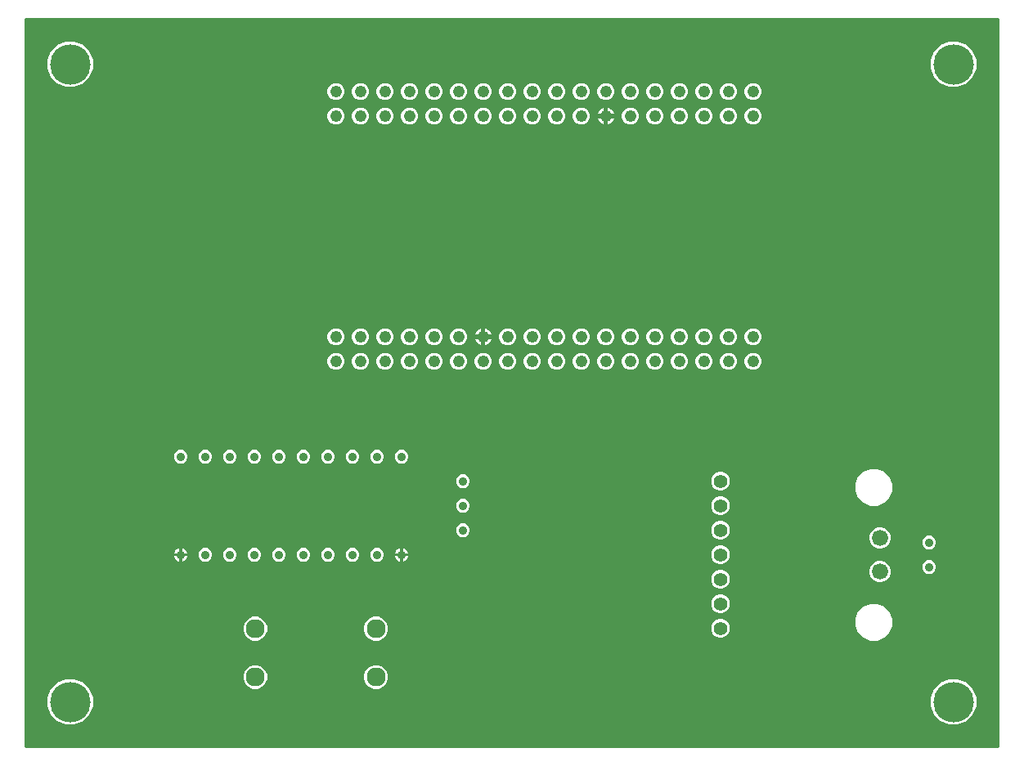
<source format=gbr>
G04 EAGLE Gerber RS-274X export*
G75*
%MOMM*%
%FSLAX34Y34*%
%LPD*%
%INCopper Layer 15*%
%IPPOS*%
%AMOC8*
5,1,8,0,0,1.08239X$1,22.5*%
G01*
%ADD10C,0.904800*%
%ADD11C,1.422400*%
%ADD12C,1.680000*%
%ADD13C,1.244600*%
%ADD14C,1.960000*%
%ADD15C,4.191000*%
%ADD16C,0.654800*%

G36*
X1011546Y3318D02*
X1011546Y3318D01*
X1011665Y3325D01*
X1011703Y3338D01*
X1011744Y3343D01*
X1011854Y3386D01*
X1011967Y3423D01*
X1012002Y3445D01*
X1012039Y3460D01*
X1012135Y3529D01*
X1012236Y3593D01*
X1012264Y3623D01*
X1012297Y3646D01*
X1012373Y3738D01*
X1012454Y3825D01*
X1012474Y3860D01*
X1012499Y3891D01*
X1012550Y3999D01*
X1012608Y4103D01*
X1012618Y4143D01*
X1012635Y4179D01*
X1012657Y4296D01*
X1012687Y4411D01*
X1012691Y4471D01*
X1012695Y4491D01*
X1012693Y4512D01*
X1012697Y4572D01*
X1012697Y757428D01*
X1012682Y757546D01*
X1012675Y757665D01*
X1012662Y757703D01*
X1012657Y757744D01*
X1012614Y757854D01*
X1012577Y757967D01*
X1012555Y758002D01*
X1012540Y758039D01*
X1012471Y758135D01*
X1012407Y758236D01*
X1012377Y758264D01*
X1012354Y758297D01*
X1012262Y758373D01*
X1012175Y758454D01*
X1012140Y758474D01*
X1012109Y758499D01*
X1012001Y758550D01*
X1011897Y758608D01*
X1011857Y758618D01*
X1011821Y758635D01*
X1011704Y758657D01*
X1011589Y758687D01*
X1011529Y758691D01*
X1011509Y758695D01*
X1011488Y758693D01*
X1011428Y758697D01*
X4572Y758697D01*
X4454Y758682D01*
X4335Y758675D01*
X4297Y758662D01*
X4256Y758657D01*
X4146Y758614D01*
X4033Y758577D01*
X3998Y758555D01*
X3961Y758540D01*
X3865Y758471D01*
X3764Y758407D01*
X3736Y758377D01*
X3703Y758354D01*
X3627Y758262D01*
X3546Y758175D01*
X3526Y758140D01*
X3501Y758109D01*
X3450Y758001D01*
X3392Y757897D01*
X3382Y757857D01*
X3365Y757821D01*
X3343Y757704D01*
X3313Y757589D01*
X3309Y757529D01*
X3305Y757509D01*
X3307Y757488D01*
X3303Y757428D01*
X3303Y4572D01*
X3318Y4454D01*
X3325Y4335D01*
X3338Y4297D01*
X3343Y4256D01*
X3386Y4146D01*
X3423Y4033D01*
X3445Y3998D01*
X3460Y3961D01*
X3529Y3865D01*
X3593Y3764D01*
X3623Y3736D01*
X3646Y3703D01*
X3738Y3627D01*
X3825Y3546D01*
X3860Y3526D01*
X3891Y3501D01*
X3999Y3450D01*
X4103Y3392D01*
X4143Y3382D01*
X4179Y3365D01*
X4296Y3343D01*
X4411Y3313D01*
X4471Y3309D01*
X4491Y3305D01*
X4512Y3307D01*
X4572Y3303D01*
X1011428Y3303D01*
X1011546Y3318D01*
G37*
%LPC*%
G36*
X960526Y687704D02*
X960526Y687704D01*
X951891Y691281D01*
X945281Y697891D01*
X941704Y706526D01*
X941704Y715874D01*
X945281Y724509D01*
X951891Y731119D01*
X960526Y734696D01*
X969874Y734696D01*
X978509Y731119D01*
X985119Y724509D01*
X988696Y715874D01*
X988696Y706526D01*
X985119Y697891D01*
X978509Y691281D01*
X969874Y687704D01*
X960526Y687704D01*
G37*
%LPD*%
%LPC*%
G36*
X46126Y687704D02*
X46126Y687704D01*
X37491Y691281D01*
X30881Y697891D01*
X27304Y706526D01*
X27304Y715874D01*
X30881Y724509D01*
X37491Y731119D01*
X46126Y734696D01*
X55474Y734696D01*
X64109Y731119D01*
X70719Y724509D01*
X74296Y715874D01*
X74296Y706526D01*
X70719Y697891D01*
X64109Y691281D01*
X55474Y687704D01*
X46126Y687704D01*
G37*
%LPD*%
%LPC*%
G36*
X46126Y27304D02*
X46126Y27304D01*
X37491Y30881D01*
X30881Y37491D01*
X27304Y46126D01*
X27304Y55474D01*
X30881Y64109D01*
X37491Y70719D01*
X46126Y74296D01*
X55474Y74296D01*
X64109Y70719D01*
X70719Y64109D01*
X74296Y55474D01*
X74296Y46126D01*
X70719Y37491D01*
X64109Y30881D01*
X55474Y27304D01*
X46126Y27304D01*
G37*
%LPD*%
%LPC*%
G36*
X960526Y27304D02*
X960526Y27304D01*
X951891Y30881D01*
X945281Y37491D01*
X941704Y46126D01*
X941704Y55474D01*
X945281Y64109D01*
X951891Y70719D01*
X960526Y74296D01*
X969874Y74296D01*
X978509Y70719D01*
X985119Y64109D01*
X988696Y55474D01*
X988696Y46126D01*
X985119Y37491D01*
X978509Y30881D01*
X969874Y27304D01*
X960526Y27304D01*
G37*
%LPD*%
%LPC*%
G36*
X878861Y253999D02*
X878861Y253999D01*
X871859Y256900D01*
X866500Y262259D01*
X863599Y269261D01*
X863599Y276839D01*
X866500Y283841D01*
X871859Y289200D01*
X878861Y292101D01*
X886439Y292101D01*
X893441Y289200D01*
X898800Y283841D01*
X901701Y276839D01*
X901701Y269261D01*
X898800Y262259D01*
X893441Y256900D01*
X886439Y253999D01*
X878861Y253999D01*
G37*
%LPD*%
%LPC*%
G36*
X878861Y114299D02*
X878861Y114299D01*
X871859Y117200D01*
X866500Y122559D01*
X863599Y129561D01*
X863599Y137139D01*
X866500Y144141D01*
X871859Y149500D01*
X878861Y152401D01*
X886439Y152401D01*
X893441Y149500D01*
X898800Y144141D01*
X901701Y137139D01*
X901701Y129561D01*
X898800Y122559D01*
X893441Y117200D01*
X886439Y114299D01*
X878861Y114299D01*
G37*
%LPD*%
%LPC*%
G36*
X364845Y114259D02*
X364845Y114259D01*
X360310Y116138D01*
X356838Y119610D01*
X354959Y124145D01*
X354959Y129055D01*
X356838Y133590D01*
X360310Y137062D01*
X364845Y138941D01*
X369755Y138941D01*
X374290Y137062D01*
X377762Y133590D01*
X379641Y129055D01*
X379641Y124145D01*
X377762Y119610D01*
X374290Y116138D01*
X369755Y114259D01*
X364845Y114259D01*
G37*
%LPD*%
%LPC*%
G36*
X239845Y114259D02*
X239845Y114259D01*
X235310Y116138D01*
X231838Y119610D01*
X229959Y124145D01*
X229959Y129055D01*
X231838Y133590D01*
X235310Y137062D01*
X239845Y138941D01*
X244755Y138941D01*
X249290Y137062D01*
X252762Y133590D01*
X254641Y129055D01*
X254641Y124145D01*
X252762Y119610D01*
X249290Y116138D01*
X244755Y114259D01*
X239845Y114259D01*
G37*
%LPD*%
%LPC*%
G36*
X364845Y64259D02*
X364845Y64259D01*
X360310Y66138D01*
X356838Y69610D01*
X354959Y74145D01*
X354959Y79055D01*
X356838Y83590D01*
X360310Y87062D01*
X364845Y88941D01*
X369755Y88941D01*
X374290Y87062D01*
X377762Y83590D01*
X379641Y79055D01*
X379641Y74145D01*
X377762Y69610D01*
X374290Y66138D01*
X369755Y64259D01*
X364845Y64259D01*
G37*
%LPD*%
%LPC*%
G36*
X239845Y64259D02*
X239845Y64259D01*
X235310Y66138D01*
X231838Y69610D01*
X229959Y74145D01*
X229959Y79055D01*
X231838Y83590D01*
X235310Y87062D01*
X239845Y88941D01*
X244755Y88941D01*
X249290Y87062D01*
X252762Y83590D01*
X254641Y79055D01*
X254641Y74145D01*
X252762Y69610D01*
X249290Y66138D01*
X244755Y64259D01*
X239845Y64259D01*
G37*
%LPD*%
%LPC*%
G36*
X886824Y174759D02*
X886824Y174759D01*
X882803Y176425D01*
X879725Y179503D01*
X878059Y183524D01*
X878059Y187876D01*
X879725Y191897D01*
X882803Y194975D01*
X886824Y196641D01*
X891176Y196641D01*
X895197Y194975D01*
X898275Y191897D01*
X899941Y187876D01*
X899941Y183524D01*
X898275Y179503D01*
X895197Y176425D01*
X891176Y174759D01*
X886824Y174759D01*
G37*
%LPD*%
%LPC*%
G36*
X886824Y209759D02*
X886824Y209759D01*
X882803Y211425D01*
X879725Y214503D01*
X878059Y218524D01*
X878059Y222876D01*
X879725Y226897D01*
X882803Y229975D01*
X886824Y231641D01*
X891176Y231641D01*
X895197Y229975D01*
X898275Y226897D01*
X899941Y222876D01*
X899941Y218524D01*
X898275Y214503D01*
X895197Y211425D01*
X891176Y209759D01*
X886824Y209759D01*
G37*
%LPD*%
%LPC*%
G36*
X721980Y269747D02*
X721980Y269747D01*
X718432Y271217D01*
X715717Y273932D01*
X714247Y277480D01*
X714247Y281320D01*
X715717Y284868D01*
X718432Y287583D01*
X721980Y289053D01*
X725820Y289053D01*
X729368Y287583D01*
X732083Y284868D01*
X733553Y281320D01*
X733553Y277480D01*
X732083Y273932D01*
X729368Y271217D01*
X725820Y269747D01*
X721980Y269747D01*
G37*
%LPD*%
%LPC*%
G36*
X721980Y168147D02*
X721980Y168147D01*
X718432Y169617D01*
X715717Y172332D01*
X714247Y175880D01*
X714247Y179720D01*
X715717Y183268D01*
X718432Y185983D01*
X721980Y187453D01*
X725820Y187453D01*
X729368Y185983D01*
X732083Y183268D01*
X733553Y179720D01*
X733553Y175880D01*
X732083Y172332D01*
X729368Y169617D01*
X725820Y168147D01*
X721980Y168147D01*
G37*
%LPD*%
%LPC*%
G36*
X721980Y193547D02*
X721980Y193547D01*
X718432Y195017D01*
X715717Y197732D01*
X714247Y201280D01*
X714247Y205120D01*
X715717Y208668D01*
X718432Y211383D01*
X721980Y212853D01*
X725820Y212853D01*
X729368Y211383D01*
X732083Y208668D01*
X733553Y205120D01*
X733553Y201280D01*
X732083Y197732D01*
X729368Y195017D01*
X725820Y193547D01*
X721980Y193547D01*
G37*
%LPD*%
%LPC*%
G36*
X721980Y218947D02*
X721980Y218947D01*
X718432Y220417D01*
X715717Y223132D01*
X714247Y226680D01*
X714247Y230520D01*
X715717Y234068D01*
X718432Y236783D01*
X721980Y238253D01*
X725820Y238253D01*
X729368Y236783D01*
X732083Y234068D01*
X733553Y230520D01*
X733553Y226680D01*
X732083Y223132D01*
X729368Y220417D01*
X725820Y218947D01*
X721980Y218947D01*
G37*
%LPD*%
%LPC*%
G36*
X721980Y244347D02*
X721980Y244347D01*
X718432Y245817D01*
X715717Y248532D01*
X714247Y252080D01*
X714247Y255920D01*
X715717Y259468D01*
X718432Y262183D01*
X721980Y263653D01*
X725820Y263653D01*
X729368Y262183D01*
X732083Y259468D01*
X733553Y255920D01*
X733553Y252080D01*
X732083Y248532D01*
X729368Y245817D01*
X725820Y244347D01*
X721980Y244347D01*
G37*
%LPD*%
%LPC*%
G36*
X721980Y142747D02*
X721980Y142747D01*
X718432Y144217D01*
X715717Y146932D01*
X714247Y150480D01*
X714247Y154320D01*
X715717Y157868D01*
X718432Y160583D01*
X721980Y162053D01*
X725820Y162053D01*
X729368Y160583D01*
X732083Y157868D01*
X733553Y154320D01*
X733553Y150480D01*
X732083Y146932D01*
X729368Y144217D01*
X725820Y142747D01*
X721980Y142747D01*
G37*
%LPD*%
%LPC*%
G36*
X721980Y117347D02*
X721980Y117347D01*
X718432Y118817D01*
X715717Y121532D01*
X714247Y125080D01*
X714247Y128920D01*
X715717Y132468D01*
X718432Y135183D01*
X721980Y136653D01*
X725820Y136653D01*
X729368Y135183D01*
X732083Y132468D01*
X733553Y128920D01*
X733553Y125080D01*
X732083Y121532D01*
X729368Y118817D01*
X725820Y117347D01*
X721980Y117347D01*
G37*
%LPD*%
%LPC*%
G36*
X603457Y674236D02*
X603457Y674236D01*
X600236Y675570D01*
X597770Y678036D01*
X596436Y681257D01*
X596436Y684743D01*
X597770Y687964D01*
X600236Y690430D01*
X603457Y691764D01*
X606943Y691764D01*
X610164Y690430D01*
X612630Y687964D01*
X613964Y684743D01*
X613964Y681257D01*
X612630Y678036D01*
X610164Y675570D01*
X606943Y674236D01*
X603457Y674236D01*
G37*
%LPD*%
%LPC*%
G36*
X578057Y674236D02*
X578057Y674236D01*
X574836Y675570D01*
X572370Y678036D01*
X571036Y681257D01*
X571036Y684743D01*
X572370Y687964D01*
X574836Y690430D01*
X578057Y691764D01*
X581543Y691764D01*
X584764Y690430D01*
X587230Y687964D01*
X588564Y684743D01*
X588564Y681257D01*
X587230Y678036D01*
X584764Y675570D01*
X581543Y674236D01*
X578057Y674236D01*
G37*
%LPD*%
%LPC*%
G36*
X552657Y674236D02*
X552657Y674236D01*
X549436Y675570D01*
X546970Y678036D01*
X545636Y681257D01*
X545636Y684743D01*
X546970Y687964D01*
X549436Y690430D01*
X552657Y691764D01*
X556143Y691764D01*
X559364Y690430D01*
X561830Y687964D01*
X563164Y684743D01*
X563164Y681257D01*
X561830Y678036D01*
X559364Y675570D01*
X556143Y674236D01*
X552657Y674236D01*
G37*
%LPD*%
%LPC*%
G36*
X527257Y674236D02*
X527257Y674236D01*
X524036Y675570D01*
X521570Y678036D01*
X520236Y681257D01*
X520236Y684743D01*
X521570Y687964D01*
X524036Y690430D01*
X527257Y691764D01*
X530743Y691764D01*
X533964Y690430D01*
X536430Y687964D01*
X537764Y684743D01*
X537764Y681257D01*
X536430Y678036D01*
X533964Y675570D01*
X530743Y674236D01*
X527257Y674236D01*
G37*
%LPD*%
%LPC*%
G36*
X501857Y674236D02*
X501857Y674236D01*
X498636Y675570D01*
X496170Y678036D01*
X494836Y681257D01*
X494836Y684743D01*
X496170Y687964D01*
X498636Y690430D01*
X501857Y691764D01*
X505343Y691764D01*
X508564Y690430D01*
X511030Y687964D01*
X512364Y684743D01*
X512364Y681257D01*
X511030Y678036D01*
X508564Y675570D01*
X505343Y674236D01*
X501857Y674236D01*
G37*
%LPD*%
%LPC*%
G36*
X451057Y674236D02*
X451057Y674236D01*
X447836Y675570D01*
X445370Y678036D01*
X444036Y681257D01*
X444036Y684743D01*
X445370Y687964D01*
X447836Y690430D01*
X451057Y691764D01*
X454543Y691764D01*
X457764Y690430D01*
X460230Y687964D01*
X461564Y684743D01*
X461564Y681257D01*
X460230Y678036D01*
X457764Y675570D01*
X454543Y674236D01*
X451057Y674236D01*
G37*
%LPD*%
%LPC*%
G36*
X425657Y674236D02*
X425657Y674236D01*
X422436Y675570D01*
X419970Y678036D01*
X418636Y681257D01*
X418636Y684743D01*
X419970Y687964D01*
X422436Y690430D01*
X425657Y691764D01*
X429143Y691764D01*
X432364Y690430D01*
X434830Y687964D01*
X436164Y684743D01*
X436164Y681257D01*
X434830Y678036D01*
X432364Y675570D01*
X429143Y674236D01*
X425657Y674236D01*
G37*
%LPD*%
%LPC*%
G36*
X400257Y674236D02*
X400257Y674236D01*
X397036Y675570D01*
X394570Y678036D01*
X393236Y681257D01*
X393236Y684743D01*
X394570Y687964D01*
X397036Y690430D01*
X400257Y691764D01*
X403743Y691764D01*
X406964Y690430D01*
X409430Y687964D01*
X410764Y684743D01*
X410764Y681257D01*
X409430Y678036D01*
X406964Y675570D01*
X403743Y674236D01*
X400257Y674236D01*
G37*
%LPD*%
%LPC*%
G36*
X374857Y674236D02*
X374857Y674236D01*
X371636Y675570D01*
X369170Y678036D01*
X367836Y681257D01*
X367836Y684743D01*
X369170Y687964D01*
X371636Y690430D01*
X374857Y691764D01*
X378343Y691764D01*
X381564Y690430D01*
X384030Y687964D01*
X385364Y684743D01*
X385364Y681257D01*
X384030Y678036D01*
X381564Y675570D01*
X378343Y674236D01*
X374857Y674236D01*
G37*
%LPD*%
%LPC*%
G36*
X349457Y648836D02*
X349457Y648836D01*
X346236Y650170D01*
X343770Y652636D01*
X342436Y655857D01*
X342436Y659343D01*
X343770Y662564D01*
X346236Y665030D01*
X349457Y666364D01*
X352943Y666364D01*
X356164Y665030D01*
X358630Y662564D01*
X359964Y659343D01*
X359964Y655857D01*
X358630Y652636D01*
X356164Y650170D01*
X352943Y648836D01*
X349457Y648836D01*
G37*
%LPD*%
%LPC*%
G36*
X324057Y648836D02*
X324057Y648836D01*
X320836Y650170D01*
X318370Y652636D01*
X317036Y655857D01*
X317036Y659343D01*
X318370Y662564D01*
X320836Y665030D01*
X324057Y666364D01*
X327543Y666364D01*
X330764Y665030D01*
X333230Y662564D01*
X334564Y659343D01*
X334564Y655857D01*
X333230Y652636D01*
X330764Y650170D01*
X327543Y648836D01*
X324057Y648836D01*
G37*
%LPD*%
%LPC*%
G36*
X755857Y648836D02*
X755857Y648836D01*
X752636Y650170D01*
X750170Y652636D01*
X748836Y655857D01*
X748836Y659343D01*
X750170Y662564D01*
X752636Y665030D01*
X755857Y666364D01*
X759343Y666364D01*
X762564Y665030D01*
X765030Y662564D01*
X766364Y659343D01*
X766364Y655857D01*
X765030Y652636D01*
X762564Y650170D01*
X759343Y648836D01*
X755857Y648836D01*
G37*
%LPD*%
%LPC*%
G36*
X730457Y648836D02*
X730457Y648836D01*
X727236Y650170D01*
X724770Y652636D01*
X723436Y655857D01*
X723436Y659343D01*
X724770Y662564D01*
X727236Y665030D01*
X730457Y666364D01*
X733943Y666364D01*
X737164Y665030D01*
X739630Y662564D01*
X740964Y659343D01*
X740964Y655857D01*
X739630Y652636D01*
X737164Y650170D01*
X733943Y648836D01*
X730457Y648836D01*
G37*
%LPD*%
%LPC*%
G36*
X705057Y648836D02*
X705057Y648836D01*
X701836Y650170D01*
X699370Y652636D01*
X698036Y655857D01*
X698036Y659343D01*
X699370Y662564D01*
X701836Y665030D01*
X705057Y666364D01*
X708543Y666364D01*
X711764Y665030D01*
X714230Y662564D01*
X715564Y659343D01*
X715564Y655857D01*
X714230Y652636D01*
X711764Y650170D01*
X708543Y648836D01*
X705057Y648836D01*
G37*
%LPD*%
%LPC*%
G36*
X679657Y648836D02*
X679657Y648836D01*
X676436Y650170D01*
X673970Y652636D01*
X672636Y655857D01*
X672636Y659343D01*
X673970Y662564D01*
X676436Y665030D01*
X679657Y666364D01*
X683143Y666364D01*
X686364Y665030D01*
X688830Y662564D01*
X690164Y659343D01*
X690164Y655857D01*
X688830Y652636D01*
X686364Y650170D01*
X683143Y648836D01*
X679657Y648836D01*
G37*
%LPD*%
%LPC*%
G36*
X654257Y648836D02*
X654257Y648836D01*
X651036Y650170D01*
X648570Y652636D01*
X647236Y655857D01*
X647236Y659343D01*
X648570Y662564D01*
X651036Y665030D01*
X654257Y666364D01*
X657743Y666364D01*
X660964Y665030D01*
X663430Y662564D01*
X664764Y659343D01*
X664764Y655857D01*
X663430Y652636D01*
X660964Y650170D01*
X657743Y648836D01*
X654257Y648836D01*
G37*
%LPD*%
%LPC*%
G36*
X628857Y648836D02*
X628857Y648836D01*
X625636Y650170D01*
X623170Y652636D01*
X621836Y655857D01*
X621836Y659343D01*
X623170Y662564D01*
X625636Y665030D01*
X628857Y666364D01*
X632343Y666364D01*
X635564Y665030D01*
X638030Y662564D01*
X639364Y659343D01*
X639364Y655857D01*
X638030Y652636D01*
X635564Y650170D01*
X632343Y648836D01*
X628857Y648836D01*
G37*
%LPD*%
%LPC*%
G36*
X578057Y648836D02*
X578057Y648836D01*
X574836Y650170D01*
X572370Y652636D01*
X571036Y655857D01*
X571036Y659343D01*
X572370Y662564D01*
X574836Y665030D01*
X578057Y666364D01*
X581543Y666364D01*
X584764Y665030D01*
X587230Y662564D01*
X588564Y659343D01*
X588564Y655857D01*
X587230Y652636D01*
X584764Y650170D01*
X581543Y648836D01*
X578057Y648836D01*
G37*
%LPD*%
%LPC*%
G36*
X552657Y648836D02*
X552657Y648836D01*
X549436Y650170D01*
X546970Y652636D01*
X545636Y655857D01*
X545636Y659343D01*
X546970Y662564D01*
X549436Y665030D01*
X552657Y666364D01*
X556143Y666364D01*
X559364Y665030D01*
X561830Y662564D01*
X563164Y659343D01*
X563164Y655857D01*
X561830Y652636D01*
X559364Y650170D01*
X556143Y648836D01*
X552657Y648836D01*
G37*
%LPD*%
%LPC*%
G36*
X527257Y648836D02*
X527257Y648836D01*
X524036Y650170D01*
X521570Y652636D01*
X520236Y655857D01*
X520236Y659343D01*
X521570Y662564D01*
X524036Y665030D01*
X527257Y666364D01*
X530743Y666364D01*
X533964Y665030D01*
X536430Y662564D01*
X537764Y659343D01*
X537764Y655857D01*
X536430Y652636D01*
X533964Y650170D01*
X530743Y648836D01*
X527257Y648836D01*
G37*
%LPD*%
%LPC*%
G36*
X501857Y648836D02*
X501857Y648836D01*
X498636Y650170D01*
X496170Y652636D01*
X494836Y655857D01*
X494836Y659343D01*
X496170Y662564D01*
X498636Y665030D01*
X501857Y666364D01*
X505343Y666364D01*
X508564Y665030D01*
X511030Y662564D01*
X512364Y659343D01*
X512364Y655857D01*
X511030Y652636D01*
X508564Y650170D01*
X505343Y648836D01*
X501857Y648836D01*
G37*
%LPD*%
%LPC*%
G36*
X476457Y648836D02*
X476457Y648836D01*
X473236Y650170D01*
X470770Y652636D01*
X469436Y655857D01*
X469436Y659343D01*
X470770Y662564D01*
X473236Y665030D01*
X476457Y666364D01*
X479943Y666364D01*
X483164Y665030D01*
X485630Y662564D01*
X486964Y659343D01*
X486964Y655857D01*
X485630Y652636D01*
X483164Y650170D01*
X479943Y648836D01*
X476457Y648836D01*
G37*
%LPD*%
%LPC*%
G36*
X451057Y648836D02*
X451057Y648836D01*
X447836Y650170D01*
X445370Y652636D01*
X444036Y655857D01*
X444036Y659343D01*
X445370Y662564D01*
X447836Y665030D01*
X451057Y666364D01*
X454543Y666364D01*
X457764Y665030D01*
X460230Y662564D01*
X461564Y659343D01*
X461564Y655857D01*
X460230Y652636D01*
X457764Y650170D01*
X454543Y648836D01*
X451057Y648836D01*
G37*
%LPD*%
%LPC*%
G36*
X425657Y648836D02*
X425657Y648836D01*
X422436Y650170D01*
X419970Y652636D01*
X418636Y655857D01*
X418636Y659343D01*
X419970Y662564D01*
X422436Y665030D01*
X425657Y666364D01*
X429143Y666364D01*
X432364Y665030D01*
X434830Y662564D01*
X436164Y659343D01*
X436164Y655857D01*
X434830Y652636D01*
X432364Y650170D01*
X429143Y648836D01*
X425657Y648836D01*
G37*
%LPD*%
%LPC*%
G36*
X400257Y648836D02*
X400257Y648836D01*
X397036Y650170D01*
X394570Y652636D01*
X393236Y655857D01*
X393236Y659343D01*
X394570Y662564D01*
X397036Y665030D01*
X400257Y666364D01*
X403743Y666364D01*
X406964Y665030D01*
X409430Y662564D01*
X410764Y659343D01*
X410764Y655857D01*
X409430Y652636D01*
X406964Y650170D01*
X403743Y648836D01*
X400257Y648836D01*
G37*
%LPD*%
%LPC*%
G36*
X374857Y648836D02*
X374857Y648836D01*
X371636Y650170D01*
X369170Y652636D01*
X367836Y655857D01*
X367836Y659343D01*
X369170Y662564D01*
X371636Y665030D01*
X374857Y666364D01*
X378343Y666364D01*
X381564Y665030D01*
X384030Y662564D01*
X385364Y659343D01*
X385364Y655857D01*
X384030Y652636D01*
X381564Y650170D01*
X378343Y648836D01*
X374857Y648836D01*
G37*
%LPD*%
%LPC*%
G36*
X755857Y420236D02*
X755857Y420236D01*
X752636Y421570D01*
X750170Y424036D01*
X748836Y427257D01*
X748836Y430743D01*
X750170Y433964D01*
X752636Y436430D01*
X755857Y437764D01*
X759343Y437764D01*
X762564Y436430D01*
X765030Y433964D01*
X766364Y430743D01*
X766364Y427257D01*
X765030Y424036D01*
X762564Y421570D01*
X759343Y420236D01*
X755857Y420236D01*
G37*
%LPD*%
%LPC*%
G36*
X730457Y420236D02*
X730457Y420236D01*
X727236Y421570D01*
X724770Y424036D01*
X723436Y427257D01*
X723436Y430743D01*
X724770Y433964D01*
X727236Y436430D01*
X730457Y437764D01*
X733943Y437764D01*
X737164Y436430D01*
X739630Y433964D01*
X740964Y430743D01*
X740964Y427257D01*
X739630Y424036D01*
X737164Y421570D01*
X733943Y420236D01*
X730457Y420236D01*
G37*
%LPD*%
%LPC*%
G36*
X705057Y420236D02*
X705057Y420236D01*
X701836Y421570D01*
X699370Y424036D01*
X698036Y427257D01*
X698036Y430743D01*
X699370Y433964D01*
X701836Y436430D01*
X705057Y437764D01*
X708543Y437764D01*
X711764Y436430D01*
X714230Y433964D01*
X715564Y430743D01*
X715564Y427257D01*
X714230Y424036D01*
X711764Y421570D01*
X708543Y420236D01*
X705057Y420236D01*
G37*
%LPD*%
%LPC*%
G36*
X679657Y420236D02*
X679657Y420236D01*
X676436Y421570D01*
X673970Y424036D01*
X672636Y427257D01*
X672636Y430743D01*
X673970Y433964D01*
X676436Y436430D01*
X679657Y437764D01*
X683143Y437764D01*
X686364Y436430D01*
X688830Y433964D01*
X690164Y430743D01*
X690164Y427257D01*
X688830Y424036D01*
X686364Y421570D01*
X683143Y420236D01*
X679657Y420236D01*
G37*
%LPD*%
%LPC*%
G36*
X654257Y420236D02*
X654257Y420236D01*
X651036Y421570D01*
X648570Y424036D01*
X647236Y427257D01*
X647236Y430743D01*
X648570Y433964D01*
X651036Y436430D01*
X654257Y437764D01*
X657743Y437764D01*
X660964Y436430D01*
X663430Y433964D01*
X664764Y430743D01*
X664764Y427257D01*
X663430Y424036D01*
X660964Y421570D01*
X657743Y420236D01*
X654257Y420236D01*
G37*
%LPD*%
%LPC*%
G36*
X628857Y420236D02*
X628857Y420236D01*
X625636Y421570D01*
X623170Y424036D01*
X621836Y427257D01*
X621836Y430743D01*
X623170Y433964D01*
X625636Y436430D01*
X628857Y437764D01*
X632343Y437764D01*
X635564Y436430D01*
X638030Y433964D01*
X639364Y430743D01*
X639364Y427257D01*
X638030Y424036D01*
X635564Y421570D01*
X632343Y420236D01*
X628857Y420236D01*
G37*
%LPD*%
%LPC*%
G36*
X603457Y420236D02*
X603457Y420236D01*
X600236Y421570D01*
X597770Y424036D01*
X596436Y427257D01*
X596436Y430743D01*
X597770Y433964D01*
X600236Y436430D01*
X603457Y437764D01*
X606943Y437764D01*
X610164Y436430D01*
X612630Y433964D01*
X613964Y430743D01*
X613964Y427257D01*
X612630Y424036D01*
X610164Y421570D01*
X606943Y420236D01*
X603457Y420236D01*
G37*
%LPD*%
%LPC*%
G36*
X578057Y420236D02*
X578057Y420236D01*
X574836Y421570D01*
X572370Y424036D01*
X571036Y427257D01*
X571036Y430743D01*
X572370Y433964D01*
X574836Y436430D01*
X578057Y437764D01*
X581543Y437764D01*
X584764Y436430D01*
X587230Y433964D01*
X588564Y430743D01*
X588564Y427257D01*
X587230Y424036D01*
X584764Y421570D01*
X581543Y420236D01*
X578057Y420236D01*
G37*
%LPD*%
%LPC*%
G36*
X552657Y420236D02*
X552657Y420236D01*
X549436Y421570D01*
X546970Y424036D01*
X545636Y427257D01*
X545636Y430743D01*
X546970Y433964D01*
X549436Y436430D01*
X552657Y437764D01*
X556143Y437764D01*
X559364Y436430D01*
X561830Y433964D01*
X563164Y430743D01*
X563164Y427257D01*
X561830Y424036D01*
X559364Y421570D01*
X556143Y420236D01*
X552657Y420236D01*
G37*
%LPD*%
%LPC*%
G36*
X527257Y420236D02*
X527257Y420236D01*
X524036Y421570D01*
X521570Y424036D01*
X520236Y427257D01*
X520236Y430743D01*
X521570Y433964D01*
X524036Y436430D01*
X527257Y437764D01*
X530743Y437764D01*
X533964Y436430D01*
X536430Y433964D01*
X537764Y430743D01*
X537764Y427257D01*
X536430Y424036D01*
X533964Y421570D01*
X530743Y420236D01*
X527257Y420236D01*
G37*
%LPD*%
%LPC*%
G36*
X501857Y420236D02*
X501857Y420236D01*
X498636Y421570D01*
X496170Y424036D01*
X494836Y427257D01*
X494836Y430743D01*
X496170Y433964D01*
X498636Y436430D01*
X501857Y437764D01*
X505343Y437764D01*
X508564Y436430D01*
X511030Y433964D01*
X512364Y430743D01*
X512364Y427257D01*
X511030Y424036D01*
X508564Y421570D01*
X505343Y420236D01*
X501857Y420236D01*
G37*
%LPD*%
%LPC*%
G36*
X451057Y420236D02*
X451057Y420236D01*
X447836Y421570D01*
X445370Y424036D01*
X444036Y427257D01*
X444036Y430743D01*
X445370Y433964D01*
X447836Y436430D01*
X451057Y437764D01*
X454543Y437764D01*
X457764Y436430D01*
X460230Y433964D01*
X461564Y430743D01*
X461564Y427257D01*
X460230Y424036D01*
X457764Y421570D01*
X454543Y420236D01*
X451057Y420236D01*
G37*
%LPD*%
%LPC*%
G36*
X425657Y420236D02*
X425657Y420236D01*
X422436Y421570D01*
X419970Y424036D01*
X418636Y427257D01*
X418636Y430743D01*
X419970Y433964D01*
X422436Y436430D01*
X425657Y437764D01*
X429143Y437764D01*
X432364Y436430D01*
X434830Y433964D01*
X436164Y430743D01*
X436164Y427257D01*
X434830Y424036D01*
X432364Y421570D01*
X429143Y420236D01*
X425657Y420236D01*
G37*
%LPD*%
%LPC*%
G36*
X400257Y420236D02*
X400257Y420236D01*
X397036Y421570D01*
X394570Y424036D01*
X393236Y427257D01*
X393236Y430743D01*
X394570Y433964D01*
X397036Y436430D01*
X400257Y437764D01*
X403743Y437764D01*
X406964Y436430D01*
X409430Y433964D01*
X410764Y430743D01*
X410764Y427257D01*
X409430Y424036D01*
X406964Y421570D01*
X403743Y420236D01*
X400257Y420236D01*
G37*
%LPD*%
%LPC*%
G36*
X374857Y420236D02*
X374857Y420236D01*
X371636Y421570D01*
X369170Y424036D01*
X367836Y427257D01*
X367836Y430743D01*
X369170Y433964D01*
X371636Y436430D01*
X374857Y437764D01*
X378343Y437764D01*
X381564Y436430D01*
X384030Y433964D01*
X385364Y430743D01*
X385364Y427257D01*
X384030Y424036D01*
X381564Y421570D01*
X378343Y420236D01*
X374857Y420236D01*
G37*
%LPD*%
%LPC*%
G36*
X349457Y420236D02*
X349457Y420236D01*
X346236Y421570D01*
X343770Y424036D01*
X342436Y427257D01*
X342436Y430743D01*
X343770Y433964D01*
X346236Y436430D01*
X349457Y437764D01*
X352943Y437764D01*
X356164Y436430D01*
X358630Y433964D01*
X359964Y430743D01*
X359964Y427257D01*
X358630Y424036D01*
X356164Y421570D01*
X352943Y420236D01*
X349457Y420236D01*
G37*
%LPD*%
%LPC*%
G36*
X324057Y420236D02*
X324057Y420236D01*
X320836Y421570D01*
X318370Y424036D01*
X317036Y427257D01*
X317036Y430743D01*
X318370Y433964D01*
X320836Y436430D01*
X324057Y437764D01*
X327543Y437764D01*
X330764Y436430D01*
X333230Y433964D01*
X334564Y430743D01*
X334564Y427257D01*
X333230Y424036D01*
X330764Y421570D01*
X327543Y420236D01*
X324057Y420236D01*
G37*
%LPD*%
%LPC*%
G36*
X349457Y394836D02*
X349457Y394836D01*
X346236Y396170D01*
X343770Y398636D01*
X342436Y401857D01*
X342436Y405343D01*
X343770Y408564D01*
X346236Y411030D01*
X349457Y412364D01*
X352943Y412364D01*
X356164Y411030D01*
X358630Y408564D01*
X359964Y405343D01*
X359964Y401857D01*
X358630Y398636D01*
X356164Y396170D01*
X352943Y394836D01*
X349457Y394836D01*
G37*
%LPD*%
%LPC*%
G36*
X476457Y674236D02*
X476457Y674236D01*
X473236Y675570D01*
X470770Y678036D01*
X469436Y681257D01*
X469436Y684743D01*
X470770Y687964D01*
X473236Y690430D01*
X476457Y691764D01*
X479943Y691764D01*
X483164Y690430D01*
X485630Y687964D01*
X486964Y684743D01*
X486964Y681257D01*
X485630Y678036D01*
X483164Y675570D01*
X479943Y674236D01*
X476457Y674236D01*
G37*
%LPD*%
%LPC*%
G36*
X755857Y394836D02*
X755857Y394836D01*
X752636Y396170D01*
X750170Y398636D01*
X748836Y401857D01*
X748836Y405343D01*
X750170Y408564D01*
X752636Y411030D01*
X755857Y412364D01*
X759343Y412364D01*
X762564Y411030D01*
X765030Y408564D01*
X766364Y405343D01*
X766364Y401857D01*
X765030Y398636D01*
X762564Y396170D01*
X759343Y394836D01*
X755857Y394836D01*
G37*
%LPD*%
%LPC*%
G36*
X730457Y394836D02*
X730457Y394836D01*
X727236Y396170D01*
X724770Y398636D01*
X723436Y401857D01*
X723436Y405343D01*
X724770Y408564D01*
X727236Y411030D01*
X730457Y412364D01*
X733943Y412364D01*
X737164Y411030D01*
X739630Y408564D01*
X740964Y405343D01*
X740964Y401857D01*
X739630Y398636D01*
X737164Y396170D01*
X733943Y394836D01*
X730457Y394836D01*
G37*
%LPD*%
%LPC*%
G36*
X705057Y394836D02*
X705057Y394836D01*
X701836Y396170D01*
X699370Y398636D01*
X698036Y401857D01*
X698036Y405343D01*
X699370Y408564D01*
X701836Y411030D01*
X705057Y412364D01*
X708543Y412364D01*
X711764Y411030D01*
X714230Y408564D01*
X715564Y405343D01*
X715564Y401857D01*
X714230Y398636D01*
X711764Y396170D01*
X708543Y394836D01*
X705057Y394836D01*
G37*
%LPD*%
%LPC*%
G36*
X679657Y394836D02*
X679657Y394836D01*
X676436Y396170D01*
X673970Y398636D01*
X672636Y401857D01*
X672636Y405343D01*
X673970Y408564D01*
X676436Y411030D01*
X679657Y412364D01*
X683143Y412364D01*
X686364Y411030D01*
X688830Y408564D01*
X690164Y405343D01*
X690164Y401857D01*
X688830Y398636D01*
X686364Y396170D01*
X683143Y394836D01*
X679657Y394836D01*
G37*
%LPD*%
%LPC*%
G36*
X654257Y394836D02*
X654257Y394836D01*
X651036Y396170D01*
X648570Y398636D01*
X647236Y401857D01*
X647236Y405343D01*
X648570Y408564D01*
X651036Y411030D01*
X654257Y412364D01*
X657743Y412364D01*
X660964Y411030D01*
X663430Y408564D01*
X664764Y405343D01*
X664764Y401857D01*
X663430Y398636D01*
X660964Y396170D01*
X657743Y394836D01*
X654257Y394836D01*
G37*
%LPD*%
%LPC*%
G36*
X628857Y394836D02*
X628857Y394836D01*
X625636Y396170D01*
X623170Y398636D01*
X621836Y401857D01*
X621836Y405343D01*
X623170Y408564D01*
X625636Y411030D01*
X628857Y412364D01*
X632343Y412364D01*
X635564Y411030D01*
X638030Y408564D01*
X639364Y405343D01*
X639364Y401857D01*
X638030Y398636D01*
X635564Y396170D01*
X632343Y394836D01*
X628857Y394836D01*
G37*
%LPD*%
%LPC*%
G36*
X603457Y394836D02*
X603457Y394836D01*
X600236Y396170D01*
X597770Y398636D01*
X596436Y401857D01*
X596436Y405343D01*
X597770Y408564D01*
X600236Y411030D01*
X603457Y412364D01*
X606943Y412364D01*
X610164Y411030D01*
X612630Y408564D01*
X613964Y405343D01*
X613964Y401857D01*
X612630Y398636D01*
X610164Y396170D01*
X606943Y394836D01*
X603457Y394836D01*
G37*
%LPD*%
%LPC*%
G36*
X578057Y394836D02*
X578057Y394836D01*
X574836Y396170D01*
X572370Y398636D01*
X571036Y401857D01*
X571036Y405343D01*
X572370Y408564D01*
X574836Y411030D01*
X578057Y412364D01*
X581543Y412364D01*
X584764Y411030D01*
X587230Y408564D01*
X588564Y405343D01*
X588564Y401857D01*
X587230Y398636D01*
X584764Y396170D01*
X581543Y394836D01*
X578057Y394836D01*
G37*
%LPD*%
%LPC*%
G36*
X552657Y394836D02*
X552657Y394836D01*
X549436Y396170D01*
X546970Y398636D01*
X545636Y401857D01*
X545636Y405343D01*
X546970Y408564D01*
X549436Y411030D01*
X552657Y412364D01*
X556143Y412364D01*
X559364Y411030D01*
X561830Y408564D01*
X563164Y405343D01*
X563164Y401857D01*
X561830Y398636D01*
X559364Y396170D01*
X556143Y394836D01*
X552657Y394836D01*
G37*
%LPD*%
%LPC*%
G36*
X527257Y394836D02*
X527257Y394836D01*
X524036Y396170D01*
X521570Y398636D01*
X520236Y401857D01*
X520236Y405343D01*
X521570Y408564D01*
X524036Y411030D01*
X527257Y412364D01*
X530743Y412364D01*
X533964Y411030D01*
X536430Y408564D01*
X537764Y405343D01*
X537764Y401857D01*
X536430Y398636D01*
X533964Y396170D01*
X530743Y394836D01*
X527257Y394836D01*
G37*
%LPD*%
%LPC*%
G36*
X501857Y394836D02*
X501857Y394836D01*
X498636Y396170D01*
X496170Y398636D01*
X494836Y401857D01*
X494836Y405343D01*
X496170Y408564D01*
X498636Y411030D01*
X501857Y412364D01*
X505343Y412364D01*
X508564Y411030D01*
X511030Y408564D01*
X512364Y405343D01*
X512364Y401857D01*
X511030Y398636D01*
X508564Y396170D01*
X505343Y394836D01*
X501857Y394836D01*
G37*
%LPD*%
%LPC*%
G36*
X476457Y394836D02*
X476457Y394836D01*
X473236Y396170D01*
X470770Y398636D01*
X469436Y401857D01*
X469436Y405343D01*
X470770Y408564D01*
X473236Y411030D01*
X476457Y412364D01*
X479943Y412364D01*
X483164Y411030D01*
X485630Y408564D01*
X486964Y405343D01*
X486964Y401857D01*
X485630Y398636D01*
X483164Y396170D01*
X479943Y394836D01*
X476457Y394836D01*
G37*
%LPD*%
%LPC*%
G36*
X451057Y394836D02*
X451057Y394836D01*
X447836Y396170D01*
X445370Y398636D01*
X444036Y401857D01*
X444036Y405343D01*
X445370Y408564D01*
X447836Y411030D01*
X451057Y412364D01*
X454543Y412364D01*
X457764Y411030D01*
X460230Y408564D01*
X461564Y405343D01*
X461564Y401857D01*
X460230Y398636D01*
X457764Y396170D01*
X454543Y394836D01*
X451057Y394836D01*
G37*
%LPD*%
%LPC*%
G36*
X425657Y394836D02*
X425657Y394836D01*
X422436Y396170D01*
X419970Y398636D01*
X418636Y401857D01*
X418636Y405343D01*
X419970Y408564D01*
X422436Y411030D01*
X425657Y412364D01*
X429143Y412364D01*
X432364Y411030D01*
X434830Y408564D01*
X436164Y405343D01*
X436164Y401857D01*
X434830Y398636D01*
X432364Y396170D01*
X429143Y394836D01*
X425657Y394836D01*
G37*
%LPD*%
%LPC*%
G36*
X400257Y394836D02*
X400257Y394836D01*
X397036Y396170D01*
X394570Y398636D01*
X393236Y401857D01*
X393236Y405343D01*
X394570Y408564D01*
X397036Y411030D01*
X400257Y412364D01*
X403743Y412364D01*
X406964Y411030D01*
X409430Y408564D01*
X410764Y405343D01*
X410764Y401857D01*
X409430Y398636D01*
X406964Y396170D01*
X403743Y394836D01*
X400257Y394836D01*
G37*
%LPD*%
%LPC*%
G36*
X374857Y394836D02*
X374857Y394836D01*
X371636Y396170D01*
X369170Y398636D01*
X367836Y401857D01*
X367836Y405343D01*
X369170Y408564D01*
X371636Y411030D01*
X374857Y412364D01*
X378343Y412364D01*
X381564Y411030D01*
X384030Y408564D01*
X385364Y405343D01*
X385364Y401857D01*
X384030Y398636D01*
X381564Y396170D01*
X378343Y394836D01*
X374857Y394836D01*
G37*
%LPD*%
%LPC*%
G36*
X324057Y394836D02*
X324057Y394836D01*
X320836Y396170D01*
X318370Y398636D01*
X317036Y401857D01*
X317036Y405343D01*
X318370Y408564D01*
X320836Y411030D01*
X324057Y412364D01*
X327543Y412364D01*
X330764Y411030D01*
X333230Y408564D01*
X334564Y405343D01*
X334564Y401857D01*
X333230Y398636D01*
X330764Y396170D01*
X327543Y394836D01*
X324057Y394836D01*
G37*
%LPD*%
%LPC*%
G36*
X349457Y674236D02*
X349457Y674236D01*
X346236Y675570D01*
X343770Y678036D01*
X342436Y681257D01*
X342436Y684743D01*
X343770Y687964D01*
X346236Y690430D01*
X349457Y691764D01*
X352943Y691764D01*
X356164Y690430D01*
X358630Y687964D01*
X359964Y684743D01*
X359964Y681257D01*
X358630Y678036D01*
X356164Y675570D01*
X352943Y674236D01*
X349457Y674236D01*
G37*
%LPD*%
%LPC*%
G36*
X324057Y674236D02*
X324057Y674236D01*
X320836Y675570D01*
X318370Y678036D01*
X317036Y681257D01*
X317036Y684743D01*
X318370Y687964D01*
X320836Y690430D01*
X324057Y691764D01*
X327543Y691764D01*
X330764Y690430D01*
X333230Y687964D01*
X334564Y684743D01*
X334564Y681257D01*
X333230Y678036D01*
X330764Y675570D01*
X327543Y674236D01*
X324057Y674236D01*
G37*
%LPD*%
%LPC*%
G36*
X755857Y674236D02*
X755857Y674236D01*
X752636Y675570D01*
X750170Y678036D01*
X748836Y681257D01*
X748836Y684743D01*
X750170Y687964D01*
X752636Y690430D01*
X755857Y691764D01*
X759343Y691764D01*
X762564Y690430D01*
X765030Y687964D01*
X766364Y684743D01*
X766364Y681257D01*
X765030Y678036D01*
X762564Y675570D01*
X759343Y674236D01*
X755857Y674236D01*
G37*
%LPD*%
%LPC*%
G36*
X730457Y674236D02*
X730457Y674236D01*
X727236Y675570D01*
X724770Y678036D01*
X723436Y681257D01*
X723436Y684743D01*
X724770Y687964D01*
X727236Y690430D01*
X730457Y691764D01*
X733943Y691764D01*
X737164Y690430D01*
X739630Y687964D01*
X740964Y684743D01*
X740964Y681257D01*
X739630Y678036D01*
X737164Y675570D01*
X733943Y674236D01*
X730457Y674236D01*
G37*
%LPD*%
%LPC*%
G36*
X705057Y674236D02*
X705057Y674236D01*
X701836Y675570D01*
X699370Y678036D01*
X698036Y681257D01*
X698036Y684743D01*
X699370Y687964D01*
X701836Y690430D01*
X705057Y691764D01*
X708543Y691764D01*
X711764Y690430D01*
X714230Y687964D01*
X715564Y684743D01*
X715564Y681257D01*
X714230Y678036D01*
X711764Y675570D01*
X708543Y674236D01*
X705057Y674236D01*
G37*
%LPD*%
%LPC*%
G36*
X679657Y674236D02*
X679657Y674236D01*
X676436Y675570D01*
X673970Y678036D01*
X672636Y681257D01*
X672636Y684743D01*
X673970Y687964D01*
X676436Y690430D01*
X679657Y691764D01*
X683143Y691764D01*
X686364Y690430D01*
X688830Y687964D01*
X690164Y684743D01*
X690164Y681257D01*
X688830Y678036D01*
X686364Y675570D01*
X683143Y674236D01*
X679657Y674236D01*
G37*
%LPD*%
%LPC*%
G36*
X654257Y674236D02*
X654257Y674236D01*
X651036Y675570D01*
X648570Y678036D01*
X647236Y681257D01*
X647236Y684743D01*
X648570Y687964D01*
X651036Y690430D01*
X654257Y691764D01*
X657743Y691764D01*
X660964Y690430D01*
X663430Y687964D01*
X664764Y684743D01*
X664764Y681257D01*
X663430Y678036D01*
X660964Y675570D01*
X657743Y674236D01*
X654257Y674236D01*
G37*
%LPD*%
%LPC*%
G36*
X628857Y674236D02*
X628857Y674236D01*
X625636Y675570D01*
X623170Y678036D01*
X621836Y681257D01*
X621836Y684743D01*
X623170Y687964D01*
X625636Y690430D01*
X628857Y691764D01*
X632343Y691764D01*
X635564Y690430D01*
X638030Y687964D01*
X639364Y684743D01*
X639364Y681257D01*
X638030Y678036D01*
X635564Y675570D01*
X632343Y674236D01*
X628857Y674236D01*
G37*
%LPD*%
%LPC*%
G36*
X163695Y297735D02*
X163695Y297735D01*
X161098Y298811D01*
X159111Y300798D01*
X158035Y303395D01*
X158035Y306205D01*
X159111Y308802D01*
X161098Y310789D01*
X163695Y311865D01*
X166505Y311865D01*
X169102Y310789D01*
X171089Y308802D01*
X172165Y306205D01*
X172165Y303395D01*
X171089Y300798D01*
X169102Y298811D01*
X166505Y297735D01*
X163695Y297735D01*
G37*
%LPD*%
%LPC*%
G36*
X455795Y272335D02*
X455795Y272335D01*
X453198Y273411D01*
X451211Y275398D01*
X450135Y277995D01*
X450135Y280805D01*
X451211Y283402D01*
X453198Y285389D01*
X455795Y286465D01*
X458605Y286465D01*
X461202Y285389D01*
X463189Y283402D01*
X464265Y280805D01*
X464265Y277995D01*
X463189Y275398D01*
X461202Y273411D01*
X458605Y272335D01*
X455795Y272335D01*
G37*
%LPD*%
%LPC*%
G36*
X455795Y246935D02*
X455795Y246935D01*
X453198Y248011D01*
X451211Y249998D01*
X450135Y252595D01*
X450135Y255405D01*
X451211Y258002D01*
X453198Y259989D01*
X455795Y261065D01*
X458605Y261065D01*
X461202Y259989D01*
X463189Y258002D01*
X464265Y255405D01*
X464265Y252595D01*
X463189Y249998D01*
X461202Y248011D01*
X458605Y246935D01*
X455795Y246935D01*
G37*
%LPD*%
%LPC*%
G36*
X455795Y221535D02*
X455795Y221535D01*
X453198Y222611D01*
X451211Y224598D01*
X450135Y227195D01*
X450135Y230005D01*
X451211Y232602D01*
X453198Y234589D01*
X455795Y235665D01*
X458605Y235665D01*
X461202Y234589D01*
X463189Y232602D01*
X464265Y230005D01*
X464265Y227195D01*
X463189Y224598D01*
X461202Y222611D01*
X458605Y221535D01*
X455795Y221535D01*
G37*
%LPD*%
%LPC*%
G36*
X938395Y208835D02*
X938395Y208835D01*
X935798Y209911D01*
X933811Y211898D01*
X932735Y214495D01*
X932735Y217305D01*
X933811Y219902D01*
X935798Y221889D01*
X938395Y222965D01*
X941205Y222965D01*
X943802Y221889D01*
X945789Y219902D01*
X946865Y217305D01*
X946865Y214495D01*
X945789Y211898D01*
X943802Y209911D01*
X941205Y208835D01*
X938395Y208835D01*
G37*
%LPD*%
%LPC*%
G36*
X214495Y196135D02*
X214495Y196135D01*
X211898Y197211D01*
X209911Y199198D01*
X208835Y201795D01*
X208835Y204605D01*
X209911Y207202D01*
X211898Y209189D01*
X214495Y210265D01*
X217305Y210265D01*
X219902Y209189D01*
X221889Y207202D01*
X222965Y204605D01*
X222965Y201795D01*
X221889Y199198D01*
X219902Y197211D01*
X217305Y196135D01*
X214495Y196135D01*
G37*
%LPD*%
%LPC*%
G36*
X189095Y196135D02*
X189095Y196135D01*
X186498Y197211D01*
X184511Y199198D01*
X183435Y201795D01*
X183435Y204605D01*
X184511Y207202D01*
X186498Y209189D01*
X189095Y210265D01*
X191905Y210265D01*
X194502Y209189D01*
X196489Y207202D01*
X197565Y204605D01*
X197565Y201795D01*
X196489Y199198D01*
X194502Y197211D01*
X191905Y196135D01*
X189095Y196135D01*
G37*
%LPD*%
%LPC*%
G36*
X366895Y196135D02*
X366895Y196135D01*
X364298Y197211D01*
X362311Y199198D01*
X361235Y201795D01*
X361235Y204605D01*
X362311Y207202D01*
X364298Y209189D01*
X366895Y210265D01*
X369705Y210265D01*
X372302Y209189D01*
X374289Y207202D01*
X375365Y204605D01*
X375365Y201795D01*
X374289Y199198D01*
X372302Y197211D01*
X369705Y196135D01*
X366895Y196135D01*
G37*
%LPD*%
%LPC*%
G36*
X341495Y196135D02*
X341495Y196135D01*
X338898Y197211D01*
X336911Y199198D01*
X335835Y201795D01*
X335835Y204605D01*
X336911Y207202D01*
X338898Y209189D01*
X341495Y210265D01*
X344305Y210265D01*
X346902Y209189D01*
X348889Y207202D01*
X349965Y204605D01*
X349965Y201795D01*
X348889Y199198D01*
X346902Y197211D01*
X344305Y196135D01*
X341495Y196135D01*
G37*
%LPD*%
%LPC*%
G36*
X316095Y196135D02*
X316095Y196135D01*
X313498Y197211D01*
X311511Y199198D01*
X310435Y201795D01*
X310435Y204605D01*
X311511Y207202D01*
X313498Y209189D01*
X316095Y210265D01*
X318905Y210265D01*
X321502Y209189D01*
X323489Y207202D01*
X324565Y204605D01*
X324565Y201795D01*
X323489Y199198D01*
X321502Y197211D01*
X318905Y196135D01*
X316095Y196135D01*
G37*
%LPD*%
%LPC*%
G36*
X290695Y196135D02*
X290695Y196135D01*
X288098Y197211D01*
X286111Y199198D01*
X285035Y201795D01*
X285035Y204605D01*
X286111Y207202D01*
X288098Y209189D01*
X290695Y210265D01*
X293505Y210265D01*
X296102Y209189D01*
X298089Y207202D01*
X299165Y204605D01*
X299165Y201795D01*
X298089Y199198D01*
X296102Y197211D01*
X293505Y196135D01*
X290695Y196135D01*
G37*
%LPD*%
%LPC*%
G36*
X265295Y196135D02*
X265295Y196135D01*
X262698Y197211D01*
X260711Y199198D01*
X259635Y201795D01*
X259635Y204605D01*
X260711Y207202D01*
X262698Y209189D01*
X265295Y210265D01*
X268105Y210265D01*
X270702Y209189D01*
X272689Y207202D01*
X273765Y204605D01*
X273765Y201795D01*
X272689Y199198D01*
X270702Y197211D01*
X268105Y196135D01*
X265295Y196135D01*
G37*
%LPD*%
%LPC*%
G36*
X239895Y196135D02*
X239895Y196135D01*
X237298Y197211D01*
X235311Y199198D01*
X234235Y201795D01*
X234235Y204605D01*
X235311Y207202D01*
X237298Y209189D01*
X239895Y210265D01*
X242705Y210265D01*
X245302Y209189D01*
X247289Y207202D01*
X248365Y204605D01*
X248365Y201795D01*
X247289Y199198D01*
X245302Y197211D01*
X242705Y196135D01*
X239895Y196135D01*
G37*
%LPD*%
%LPC*%
G36*
X290695Y297735D02*
X290695Y297735D01*
X288098Y298811D01*
X286111Y300798D01*
X285035Y303395D01*
X285035Y306205D01*
X286111Y308802D01*
X288098Y310789D01*
X290695Y311865D01*
X293505Y311865D01*
X296102Y310789D01*
X298089Y308802D01*
X299165Y306205D01*
X299165Y303395D01*
X298089Y300798D01*
X296102Y298811D01*
X293505Y297735D01*
X290695Y297735D01*
G37*
%LPD*%
%LPC*%
G36*
X938395Y183435D02*
X938395Y183435D01*
X935798Y184511D01*
X933811Y186498D01*
X932735Y189095D01*
X932735Y191905D01*
X933811Y194502D01*
X935798Y196489D01*
X938395Y197565D01*
X941205Y197565D01*
X943802Y196489D01*
X945789Y194502D01*
X946865Y191905D01*
X946865Y189095D01*
X945789Y186498D01*
X943802Y184511D01*
X941205Y183435D01*
X938395Y183435D01*
G37*
%LPD*%
%LPC*%
G36*
X265295Y297735D02*
X265295Y297735D01*
X262698Y298811D01*
X260711Y300798D01*
X259635Y303395D01*
X259635Y306205D01*
X260711Y308802D01*
X262698Y310789D01*
X265295Y311865D01*
X268105Y311865D01*
X270702Y310789D01*
X272689Y308802D01*
X273765Y306205D01*
X273765Y303395D01*
X272689Y300798D01*
X270702Y298811D01*
X268105Y297735D01*
X265295Y297735D01*
G37*
%LPD*%
%LPC*%
G36*
X392295Y297735D02*
X392295Y297735D01*
X389698Y298811D01*
X387711Y300798D01*
X386635Y303395D01*
X386635Y306205D01*
X387711Y308802D01*
X389698Y310789D01*
X392295Y311865D01*
X395105Y311865D01*
X397702Y310789D01*
X399689Y308802D01*
X400765Y306205D01*
X400765Y303395D01*
X399689Y300798D01*
X397702Y298811D01*
X395105Y297735D01*
X392295Y297735D01*
G37*
%LPD*%
%LPC*%
G36*
X366895Y297735D02*
X366895Y297735D01*
X364298Y298811D01*
X362311Y300798D01*
X361235Y303395D01*
X361235Y306205D01*
X362311Y308802D01*
X364298Y310789D01*
X366895Y311865D01*
X369705Y311865D01*
X372302Y310789D01*
X374289Y308802D01*
X375365Y306205D01*
X375365Y303395D01*
X374289Y300798D01*
X372302Y298811D01*
X369705Y297735D01*
X366895Y297735D01*
G37*
%LPD*%
%LPC*%
G36*
X341495Y297735D02*
X341495Y297735D01*
X338898Y298811D01*
X336911Y300798D01*
X335835Y303395D01*
X335835Y306205D01*
X336911Y308802D01*
X338898Y310789D01*
X341495Y311865D01*
X344305Y311865D01*
X346902Y310789D01*
X348889Y308802D01*
X349965Y306205D01*
X349965Y303395D01*
X348889Y300798D01*
X346902Y298811D01*
X344305Y297735D01*
X341495Y297735D01*
G37*
%LPD*%
%LPC*%
G36*
X316095Y297735D02*
X316095Y297735D01*
X313498Y298811D01*
X311511Y300798D01*
X310435Y303395D01*
X310435Y306205D01*
X311511Y308802D01*
X313498Y310789D01*
X316095Y311865D01*
X318905Y311865D01*
X321502Y310789D01*
X323489Y308802D01*
X324565Y306205D01*
X324565Y303395D01*
X323489Y300798D01*
X321502Y298811D01*
X318905Y297735D01*
X316095Y297735D01*
G37*
%LPD*%
%LPC*%
G36*
X239895Y297735D02*
X239895Y297735D01*
X237298Y298811D01*
X235311Y300798D01*
X234235Y303395D01*
X234235Y306205D01*
X235311Y308802D01*
X237298Y310789D01*
X239895Y311865D01*
X242705Y311865D01*
X245302Y310789D01*
X247289Y308802D01*
X248365Y306205D01*
X248365Y303395D01*
X247289Y300798D01*
X245302Y298811D01*
X242705Y297735D01*
X239895Y297735D01*
G37*
%LPD*%
%LPC*%
G36*
X214495Y297735D02*
X214495Y297735D01*
X211898Y298811D01*
X209911Y300798D01*
X208835Y303395D01*
X208835Y306205D01*
X209911Y308802D01*
X211898Y310789D01*
X214495Y311865D01*
X217305Y311865D01*
X219902Y310789D01*
X221889Y308802D01*
X222965Y306205D01*
X222965Y303395D01*
X221889Y300798D01*
X219902Y298811D01*
X217305Y297735D01*
X214495Y297735D01*
G37*
%LPD*%
%LPC*%
G36*
X189095Y297735D02*
X189095Y297735D01*
X186498Y298811D01*
X184511Y300798D01*
X183435Y303395D01*
X183435Y306205D01*
X184511Y308802D01*
X186498Y310789D01*
X189095Y311865D01*
X191905Y311865D01*
X194502Y310789D01*
X196489Y308802D01*
X197565Y306205D01*
X197565Y303395D01*
X196489Y300798D01*
X194502Y298811D01*
X191905Y297735D01*
X189095Y297735D01*
G37*
%LPD*%
%LPC*%
G36*
X480422Y431222D02*
X480422Y431222D01*
X480422Y437493D01*
X480756Y437427D01*
X482351Y436766D01*
X483787Y435807D01*
X485007Y434587D01*
X485966Y433151D01*
X486627Y431556D01*
X486693Y431222D01*
X480422Y431222D01*
G37*
%LPD*%
%LPC*%
G36*
X607422Y659822D02*
X607422Y659822D01*
X607422Y666093D01*
X607756Y666027D01*
X609351Y665366D01*
X610787Y664407D01*
X612007Y663187D01*
X612966Y661751D01*
X613627Y660156D01*
X613693Y659822D01*
X607422Y659822D01*
G37*
%LPD*%
%LPC*%
G36*
X480422Y426778D02*
X480422Y426778D01*
X486693Y426778D01*
X486627Y426444D01*
X485966Y424849D01*
X485007Y423413D01*
X483787Y422193D01*
X482351Y421234D01*
X480756Y420573D01*
X480422Y420507D01*
X480422Y426778D01*
G37*
%LPD*%
%LPC*%
G36*
X469707Y431222D02*
X469707Y431222D01*
X469773Y431556D01*
X470434Y433151D01*
X471393Y434587D01*
X472613Y435807D01*
X474049Y436766D01*
X475644Y437427D01*
X475978Y437493D01*
X475978Y431222D01*
X469707Y431222D01*
G37*
%LPD*%
%LPC*%
G36*
X607422Y655378D02*
X607422Y655378D01*
X613693Y655378D01*
X613627Y655044D01*
X612966Y653449D01*
X612007Y652013D01*
X610787Y650793D01*
X609351Y649834D01*
X607756Y649173D01*
X607422Y649107D01*
X607422Y655378D01*
G37*
%LPD*%
%LPC*%
G36*
X596707Y659822D02*
X596707Y659822D01*
X596773Y660156D01*
X597434Y661751D01*
X598393Y663187D01*
X599613Y664407D01*
X601049Y665366D01*
X602644Y666027D01*
X602978Y666093D01*
X602978Y659822D01*
X596707Y659822D01*
G37*
%LPD*%
%LPC*%
G36*
X475644Y420573D02*
X475644Y420573D01*
X474049Y421234D01*
X472613Y422193D01*
X471393Y423413D01*
X470434Y424849D01*
X469773Y426444D01*
X469707Y426778D01*
X475978Y426778D01*
X475978Y420507D01*
X475644Y420573D01*
G37*
%LPD*%
%LPC*%
G36*
X602644Y649173D02*
X602644Y649173D01*
X601049Y649834D01*
X599613Y650793D01*
X598393Y652013D01*
X597434Y653449D01*
X596773Y655044D01*
X596707Y655378D01*
X602978Y655378D01*
X602978Y649107D01*
X602644Y649173D01*
G37*
%LPD*%
%LPC*%
G36*
X166599Y204699D02*
X166599Y204699D01*
X166599Y210105D01*
X167161Y209993D01*
X168446Y209461D01*
X169603Y208688D01*
X170588Y207703D01*
X171361Y206546D01*
X171893Y205261D01*
X172005Y204699D01*
X166599Y204699D01*
G37*
%LPD*%
%LPC*%
G36*
X395199Y204699D02*
X395199Y204699D01*
X395199Y210105D01*
X395761Y209993D01*
X397046Y209461D01*
X398203Y208688D01*
X399188Y207703D01*
X399961Y206546D01*
X400493Y205261D01*
X400605Y204699D01*
X395199Y204699D01*
G37*
%LPD*%
%LPC*%
G36*
X395199Y201701D02*
X395199Y201701D01*
X400605Y201701D01*
X400493Y201139D01*
X399961Y199854D01*
X399188Y198697D01*
X398203Y197712D01*
X397046Y196939D01*
X395761Y196407D01*
X395199Y196295D01*
X395199Y201701D01*
G37*
%LPD*%
%LPC*%
G36*
X166599Y201701D02*
X166599Y201701D01*
X172005Y201701D01*
X171893Y201139D01*
X171361Y199854D01*
X170588Y198697D01*
X169603Y197712D01*
X168446Y196939D01*
X167161Y196407D01*
X166599Y196295D01*
X166599Y201701D01*
G37*
%LPD*%
%LPC*%
G36*
X158195Y204699D02*
X158195Y204699D01*
X158307Y205261D01*
X158839Y206546D01*
X159612Y207703D01*
X160597Y208688D01*
X161754Y209461D01*
X163039Y209993D01*
X163601Y210105D01*
X163601Y204699D01*
X158195Y204699D01*
G37*
%LPD*%
%LPC*%
G36*
X386795Y204699D02*
X386795Y204699D01*
X386907Y205261D01*
X387439Y206546D01*
X388212Y207703D01*
X389197Y208688D01*
X390354Y209461D01*
X391639Y209993D01*
X392201Y210105D01*
X392201Y204699D01*
X386795Y204699D01*
G37*
%LPD*%
%LPC*%
G36*
X391639Y196407D02*
X391639Y196407D01*
X390354Y196939D01*
X389197Y197712D01*
X388212Y198697D01*
X387439Y199854D01*
X386907Y201139D01*
X386795Y201701D01*
X392201Y201701D01*
X392201Y196295D01*
X391639Y196407D01*
G37*
%LPD*%
%LPC*%
G36*
X163039Y196407D02*
X163039Y196407D01*
X161754Y196939D01*
X160597Y197712D01*
X159612Y198697D01*
X158839Y199854D01*
X158307Y201139D01*
X158195Y201701D01*
X163601Y201701D01*
X163601Y196295D01*
X163039Y196407D01*
G37*
%LPD*%
D10*
X165100Y203200D03*
X190500Y203200D03*
X215900Y203200D03*
X241300Y203200D03*
X266700Y203200D03*
X292100Y203200D03*
X317500Y203200D03*
X342900Y203200D03*
X368300Y203200D03*
X393700Y203200D03*
X165100Y304800D03*
X190500Y304800D03*
X215900Y304800D03*
X241300Y304800D03*
X266700Y304800D03*
X292100Y304800D03*
X317500Y304800D03*
X342900Y304800D03*
X368300Y304800D03*
X393700Y304800D03*
X457200Y279400D03*
X457200Y254000D03*
X457200Y228600D03*
D11*
X723900Y279400D03*
D12*
X889000Y220700D03*
X889000Y185700D03*
D11*
X723900Y254000D03*
X723900Y228600D03*
X723900Y203200D03*
X723900Y177800D03*
X723900Y152400D03*
X723900Y127000D03*
D10*
X939800Y190500D03*
X939800Y215900D03*
D13*
X325800Y403600D03*
X325800Y429000D03*
X351200Y403600D03*
X351200Y429000D03*
X376600Y403600D03*
X376600Y429000D03*
X402000Y403600D03*
X402000Y429000D03*
X427400Y403600D03*
X427400Y429000D03*
X452800Y403600D03*
X452800Y429000D03*
X478200Y403600D03*
X478200Y429000D03*
X503600Y403600D03*
X503600Y429000D03*
X529000Y403600D03*
X529000Y429000D03*
X554400Y403600D03*
X554400Y429000D03*
X579800Y403600D03*
X579800Y429000D03*
X605200Y403600D03*
X605200Y429000D03*
X630600Y403600D03*
X630600Y429000D03*
X656000Y403600D03*
X656000Y429000D03*
X681400Y403600D03*
X681400Y429000D03*
X706800Y403600D03*
X706800Y429000D03*
X732200Y403600D03*
X732200Y429000D03*
X757600Y403600D03*
X757600Y429000D03*
X325800Y657600D03*
X325800Y683000D03*
X351200Y657600D03*
X351200Y683000D03*
X376600Y657600D03*
X376600Y683000D03*
X402000Y657600D03*
X402000Y683000D03*
X427400Y657600D03*
X427400Y683000D03*
X452800Y657600D03*
X452800Y683000D03*
X478200Y657600D03*
X478200Y683000D03*
X503600Y657600D03*
X503600Y683000D03*
X529000Y657600D03*
X529000Y683000D03*
X554400Y657600D03*
X554400Y683000D03*
X579800Y657600D03*
X579800Y683000D03*
X605200Y657600D03*
X605200Y683000D03*
X630600Y657600D03*
X630600Y683000D03*
X656000Y657600D03*
X656000Y683000D03*
X681400Y657600D03*
X681400Y683000D03*
X706800Y657600D03*
X706800Y683000D03*
X732200Y657600D03*
X732200Y683000D03*
X757600Y657600D03*
X757600Y683000D03*
D14*
X367300Y126600D03*
X367300Y76600D03*
X242300Y76600D03*
X242300Y126600D03*
D15*
X965200Y50800D03*
X965200Y711200D03*
X50800Y711200D03*
X50800Y50800D03*
D16*
X508000Y177800D03*
X590550Y177800D03*
M02*

</source>
